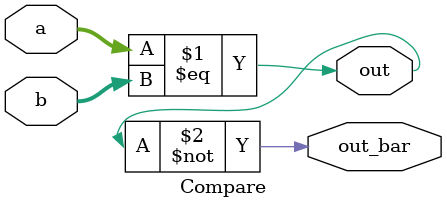
<source format=v>
`timescale 1ns / 1ps


module Compare (
    input [7:0] a,
    input [7:0] b,
    output out,
    output out_bar);

    assign out = a == b;
    assign out_bar = ~out;
endmodule

</source>
